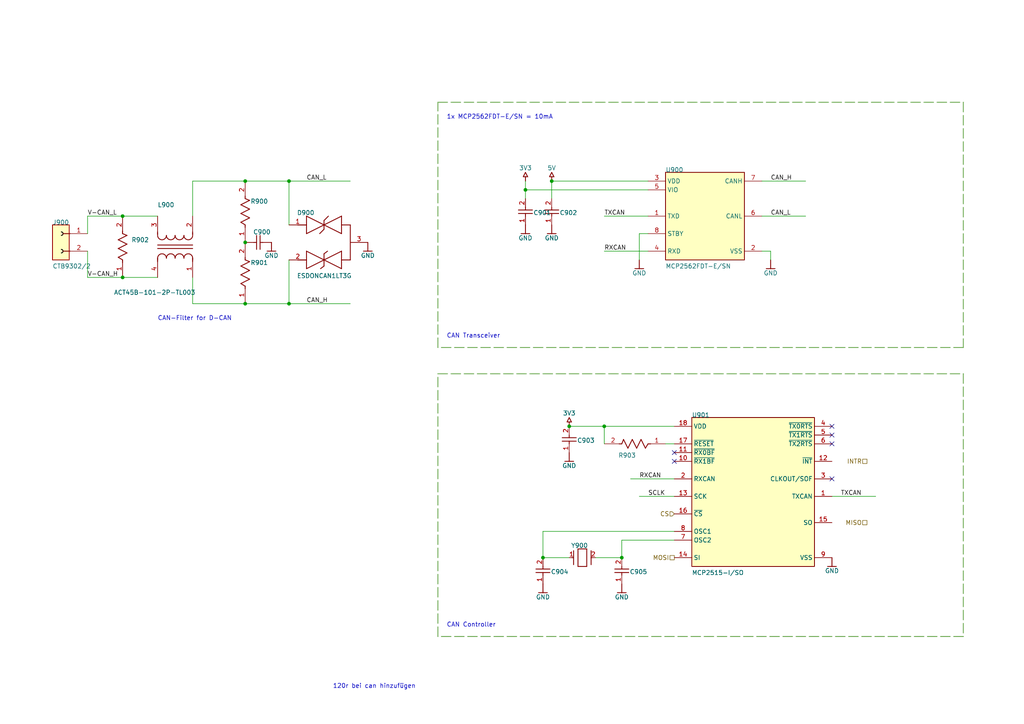
<source format=kicad_sch>
(kicad_sch (version 20231120) (generator "eeschema") (generator_version "8.0")
  (paper "A4")
  (lib_symbols
    (symbol "Speedometer_Tech-altium-import:3V3_ARROW" (power)
      (property "Reference" "#PWR" (at 0 0 0))
      (property "Value" "3V3" (at 0 3.81 0))
      (symbol "3V3_ARROW_0_0"
        (polyline (pts (xy 0 0) (xy 0 -1.27)) (stroke (width 0.254)))
        (polyline (pts (xy -0.635 -1.27) (xy 0.635 -1.27) (xy 0 -2.54) (xy -0.635 -1.27)) (stroke (width 0.254)))
        (pin power_in line (at 0 0 0) (length 0) hide (name "3V3") (number ""))
      )
    )
    (symbol "Speedometer_Tech-altium-import:5V_ARROW" (power)
      (property "Reference" "#PWR" (at 0 0 0))
      (property "Value" "5V" (at 0 3.81 0))
      (symbol "5V_ARROW_0_0"
        (polyline (pts (xy 0 0) (xy 0 -1.27)) (stroke (width 0.254)))
        (polyline (pts (xy -0.635 -1.27) (xy 0.635 -1.27) (xy 0 -2.54) (xy -0.635 -1.27)) (stroke (width 0.254)))
        (pin power_in line (at 0 0 0) (length 0) hide (name "5V") (number ""))
      )
    )
    (symbol "Speedometer_Tech-altium-import:Designator_0_1bf5749f910b55743977e6066da6fbb"
      (symbol "Designator_0_1bf5749f910b55743977e6066da6fbb_1_0"
        (polyline (pts (xy 2.54 0) (xy 5.08 0)) (stroke (width 0.254)))
        (polyline (pts (xy 5.08 -12.7) (xy 15.24 -7.62)) (stroke (width 0.254)))
        (polyline (pts (xy 5.08 -10.16) (xy 2.54 -10.16)) (stroke (width 0.254)))
        (polyline (pts (xy 5.08 -7.62) (xy 5.08 -12.7)) (stroke (width 0.254)))
        (polyline (pts (xy 5.08 -7.62) (xy 15.24 -12.7)) (stroke (width 0.254)))
        (polyline (pts (xy 5.08 -2.54) (xy 10.16 0)) (stroke (width 0.254)))
        (polyline (pts (xy 5.08 2.54) (xy 5.08 -2.54)) (stroke (width 0.254)))
        (polyline (pts (xy 5.08 2.54) (xy 10.16 0)) (stroke (width 0.254)))
        (polyline (pts (xy 10.16 -11.938) (xy 9.144 -12.7)) (stroke (width 0.254)))
        (polyline (pts (xy 10.16 -10.16) (xy 10.16 -8.382)) (stroke (width 0.254)))
        (polyline (pts (xy 10.16 -9.906) (xy 10.16 -11.938)) (stroke (width 0.254)))
        (polyline (pts (xy 10.16 -8.382) (xy 11.176 -7.62)) (stroke (width 0.254)))
        (polyline (pts (xy 10.16 -1.27) (xy 8.89 -2.54)) (stroke (width 0.254)))
        (polyline (pts (xy 10.16 0) (xy 15.24 2.54)) (stroke (width 0.254)))
        (polyline (pts (xy 10.16 1.27) (xy 10.16 -1.27)) (stroke (width 0.254)))
        (polyline (pts (xy 10.16 1.27) (xy 11.43 2.54)) (stroke (width 0.254)))
        (polyline (pts (xy 15.24 -12.7) (xy 15.24 -7.62)) (stroke (width 0.254)))
        (polyline (pts (xy 15.24 -10.16) (xy 17.78 -10.16)) (stroke (width 0.254)))
        (polyline (pts (xy 15.24 -2.54) (xy 10.16 0)) (stroke (width 0.254)))
        (polyline (pts (xy 15.24 2.54) (xy 15.24 -2.54)) (stroke (width 0.254)))
        (polyline (pts (xy 17.78 -10.16) (xy 17.78 0)) (stroke (width 0.254)))
        (polyline (pts (xy 17.78 0) (xy 15.24 0)) (stroke (width 0.254)))
        (pin passive line (at 0 0 0) (length 5.08) (name "1") (number "1"))
        (pin passive line (at 0 -10.16 0) (length 5.08) (name "2") (number "2"))
        (pin passive line (at 22.86 -5.08 180) (length 5.08) (name "3") (number "3"))
      )
    )
    (symbol "Speedometer_Tech-altium-import:Designator_0_1c78ea6ff576bac94664e2637e1b479"
      (symbol "Designator_0_1c78ea6ff576bac94664e2637e1b479_1_0"
        (rectangle (start 40.64 2.54) (end 5.08 -40.64) (stroke (width 0.254) (color 128 0 0 1)) (fill (type background)))
        (pin output line (at 45.72 -20.32 180) (length 5.08) (name "TXCAN") (number "1"))
        (pin input line (at 0 -10.16 0) (length 5.08) (name "~{RX1BF}") (number "10"))
        (pin input line (at 0 -7.62 0) (length 5.08) (name "~{RX0BF}") (number "11"))
        (pin output line (at 45.72 -10.16 180) (length 5.08) (name "~{INT}") (number "12"))
        (pin input line (at 0 -20.32 0) (length 5.08) (name "SCK") (number "13"))
        (pin input line (at 0 -38.1 0) (length 5.08) (name "SI") (number "14"))
        (pin output line (at 45.72 -27.94 180) (length 5.08) (name "SO") (number "15"))
        (pin input line (at 0 -25.4 0) (length 5.08) (name "~{CS}") (number "16"))
        (pin input line (at 0 -5.08 0) (length 5.08) (name "~{RESET}") (number "17"))
        (pin power_in line (at 0 0 0) (length 5.08) (name "VDD") (number "18"))
        (pin input line (at 0 -15.24 0) (length 5.08) (name "RXCAN") (number "2"))
        (pin output line (at 45.72 -15.24 180) (length 5.08) (name "CLKOUT/SOF") (number "3"))
        (pin output line (at 45.72 0 180) (length 5.08) (name "~{TX0RTS}") (number "4"))
        (pin output line (at 45.72 -2.54 180) (length 5.08) (name "~{TX1RTS}") (number "5"))
        (pin output line (at 45.72 -5.08 180) (length 5.08) (name "~{TX2RTS}") (number "6"))
        (pin input line (at 0 -33.02 0) (length 5.08) (name "OSC2") (number "7"))
        (pin input line (at 0 -30.48 0) (length 5.08) (name "OSC1") (number "8"))
        (pin power_in line (at 45.72 -38.1 180) (length 5.08) (name "VSS") (number "9"))
      )
    )
    (symbol "Speedometer_Tech-altium-import:Designator_0_CAP_0"
      (symbol "Designator_0_CAP_0_1_0"
        (polyline (pts (xy 0 -2.54) (xy 0.762 -2.54)) (stroke (width 0.254)))
        (polyline (pts (xy 0.762 -4.572) (xy 0.762 -0.508)) (stroke (width 0.254)))
        (polyline (pts (xy 1.778 -0.508) (xy 1.778 -4.572)) (stroke (width 0.254)))
        (polyline (pts (xy 2.54 -2.54) (xy 1.778 -2.54)) (stroke (width 0.254)))
        (pin passive line (at -2.54 -2.54 0) (length 2.54) (name "1") (number "1"))
        (pin passive line (at 5.08 -2.54 180) (length 2.54) (name "2") (number "2"))
      )
    )
    (symbol "Speedometer_Tech-altium-import:Designator_0_CTB9302-2"
      (symbol "Designator_0_CTB9302-2_1_0"
        (arc (start -7.62 -5.588) (mid -7.112 -5.08) (end -7.62 -4.572) (stroke (width 0.254) (color 0 0 0 1)))
        (arc (start -7.62 -0.508) (mid -7.112 0) (end -7.62 0.508) (stroke (width 0.254) (color 0 0 0 1)))
        (rectangle (start -5.334 2.54) (end -10.16 -7.62) (stroke (width 0.254) (color 152 0 0 1)) (fill (type background)))
        (polyline (pts (xy -7.112 -5.08) (xy -5.08 -5.08)) (stroke (width 0.254)))
        (polyline (pts (xy -7.112 0) (xy -5.08 0)) (stroke (width 0.254)))
        (pin power_in line (at 0 0 180) (length 5.08) (name "1") (number "1"))
        (pin power_in line (at 0 -5.08 180) (length 5.08) (name "2") (number "2"))
      )
    )
    (symbol "Speedometer_Tech-altium-import:Designator_0_c23a69dc6c9e2f18f2079038eb95dd1"
      (symbol "Designator_0_c23a69dc6c9e2f18f2079038eb95dd1_1_0"
        (polyline (pts (xy 1.27 0) (xy 0.762 0)) (stroke (width 0.254)))
        (polyline (pts (xy 1.27 2.032) (xy 1.27 -2.032)) (stroke (width 0.254)))
        (polyline (pts (xy 2.54 2.54) (xy 2.54 -2.54)) (stroke (width 0.254)))
        (polyline (pts (xy 2.54 2.54) (xy 5.08 2.54)) (stroke (width 0.254)))
        (polyline (pts (xy 5.08 -2.54) (xy 2.54 -2.54)) (stroke (width 0.254)))
        (polyline (pts (xy 5.08 2.54) (xy 5.08 -2.54)) (stroke (width 0.254)))
        (polyline (pts (xy 6.35 0) (xy 6.604 0)) (stroke (width 0.254)))
        (polyline (pts (xy 6.35 2.032) (xy 6.35 -2.032)) (stroke (width 0.254)))
        (pin passive line (at 0 0 0) (length 1.27) (name "1") (number "1"))
        (pin passive line (at 7.62 0 180) (length 1.27) (name "2") (number "2"))
      )
    )
    (symbol "Speedometer_Tech-altium-import:Designator_0_fcb6c66e4429206983adab9201371df"
      (symbol "Designator_0_fcb6c66e4429206983adab9201371df_1_0"
        (rectangle (start 27.94 2.54) (end 5.08 -22.86) (stroke (width 0.254) (color 128 0 0 1)) (fill (type background)))
        (pin input line (at 0 -10.16 0) (length 5.08) (name "TXD") (number "1"))
        (pin power_in line (at 33.02 -20.32 180) (length 5.08) (name "VSS") (number "2"))
        (pin power_in line (at 0 0 0) (length 5.08) (name "VDD") (number "3"))
        (pin output line (at 0 -20.32 0) (length 5.08) (name "RXD") (number "4"))
        (pin power_in line (at 0 -2.54 0) (length 5.08) (name "VIO") (number "5"))
        (pin bidirectional line (at 33.02 -10.16 180) (length 5.08) (name "CANL") (number "6"))
        (pin bidirectional line (at 33.02 0 180) (length 5.08) (name "CANH") (number "7"))
        (pin input line (at 0 -15.24 0) (length 5.08) (name "STBY") (number "8"))
      )
    )
    (symbol "Speedometer_Tech-altium-import:Designator_1_1029c3af85768c4190bb7ad29bc67b5"
      (symbol "Designator_1_1029c3af85768c4190bb7ad29bc67b5_1_0"
        (polyline (pts (xy -1.27 5.842) (xy 1.27 7.112)) (stroke (width 0.254)))
        (polyline (pts (xy -1.27 8.382) (xy 1.27 9.652)) (stroke (width 0.254)))
        (polyline (pts (xy -1.27 10.922) (xy 1.27 12.192)) (stroke (width 0.254)))
        (polyline (pts (xy 0 5.08) (xy -1.27 5.842)) (stroke (width 0.254)))
        (polyline (pts (xy 0 5.08) (xy 0 4.318)) (stroke (width 0.254)))
        (polyline (pts (xy 0 12.7) (xy 0 13.462)) (stroke (width 0.254)))
        (polyline (pts (xy 1.27 7.112) (xy -1.27 8.382)) (stroke (width 0.254)))
        (polyline (pts (xy 1.27 9.652) (xy -1.27 10.922)) (stroke (width 0.254)))
        (polyline (pts (xy 1.27 12.192) (xy 0 12.7)) (stroke (width 0.254)))
        (pin passive line (at 0 0 90) (length 5.08) (name "1") (number "1"))
        (pin passive line (at 0 17.78 270) (length 5.08) (name "2") (number "2"))
      )
    )
    (symbol "Speedometer_Tech-altium-import:Designator_1_7eaeb7798601bc1e7f00a291f87c402"
      (symbol "Designator_1_7eaeb7798601bc1e7f00a291f87c402_1_0"
        (polyline (pts (xy 0 5.588) (xy 0 4.572)) (stroke (width 0.254)))
        (polyline (pts (xy 0 5.588) (xy 0 5.08)) (stroke (width 0.254)))
        (polyline (pts (xy 0 8.382) (xy 10.16 8.382)) (stroke (width 0.254)))
        (polyline (pts (xy 0 9.398) (xy 10.16 9.398)) (stroke (width 0.254)))
        (polyline (pts (xy 0 12.446) (xy 0 12.7)) (stroke (width 0.254)))
        (polyline (pts (xy 0 12.446) (xy 0 13.208)) (stroke (width 0.254)))
        (polyline (pts (xy 10.16 5.588) (xy 10.16 4.572)) (stroke (width 0.254)))
        (polyline (pts (xy 10.16 5.588) (xy 10.16 5.08)) (stroke (width 0.254)))
        (polyline (pts (xy 10.16 12.446) (xy 10.16 12.7)) (stroke (width 0.254)))
        (polyline (pts (xy 10.16 12.446) (xy 10.16 13.208)) (stroke (width 0.254)))
        (arc (start 0 12.192) (mid 1.27 10.922) (end 2.54 12.192) (stroke (width 0.254)))
        (arc (start 2.54 5.588) (mid 1.27 6.858) (end 0 5.588) (stroke (width 0.254)))
        (arc (start 2.54 12.192) (mid 3.81 10.922) (end 5.08 12.192) (stroke (width 0.254)))
        (arc (start 5.08 5.588) (mid 3.81 6.858) (end 2.54 5.588) (stroke (width 0.254)))
        (arc (start 5.08 12.192) (mid 6.35 10.922) (end 7.62 12.192) (stroke (width 0.254)))
        (arc (start 7.62 5.588) (mid 6.35 6.858) (end 5.08 5.588) (stroke (width 0.254)))
        (arc (start 7.62 12.192) (mid 8.89 10.922) (end 10.16 12.192) (stroke (width 0.254)))
        (arc (start 10.16 5.588) (mid 8.89 6.858) (end 7.62 5.588) (stroke (width 0.254)))
        (pin passive line (at 10.16 0 90) (length 5.08) (name "1") (number "1"))
        (pin passive line (at 10.16 17.78 270) (length 5.08) (name "2") (number "2"))
        (pin passive line (at 0 17.78 270) (length 5.08) (name "3") (number "3"))
        (pin passive line (at 0 0 90) (length 5.08) (name "4") (number "4"))
      )
    )
    (symbol "Speedometer_Tech-altium-import:Designator_1_CAP-NP-2"
      (symbol "Designator_1_CAP-NP-2_1_0"
        (polyline (pts (xy -2.032 4.318) (xy 2.032 4.318)) (stroke (width 0.254)))
        (polyline (pts (xy 0 2.54) (xy 0 3.302)) (stroke (width 0.254)))
        (polyline (pts (xy 0 5.08) (xy 0 4.318)) (stroke (width 0.254)))
        (polyline (pts (xy 2.032 3.302) (xy -2.032 3.302)) (stroke (width 0.254)))
        (pin passive line (at 0 0 90) (length 2.54) (name "1") (number "1"))
        (pin passive line (at 0 7.62 270) (length 2.54) (name "2") (number "2"))
      )
    )
    (symbol "Speedometer_Tech-altium-import:Designator_2_1029c3af85768c4190bb7ad29bc67b5"
      (symbol "Designator_2_1029c3af85768c4190bb7ad29bc67b5_1_0"
        (polyline (pts (xy -12.7 0) (xy -13.462 0)) (stroke (width 0.254)))
        (polyline (pts (xy -12.192 1.27) (xy -12.7 0)) (stroke (width 0.254)))
        (polyline (pts (xy -10.922 -1.27) (xy -12.192 1.27)) (stroke (width 0.254)))
        (polyline (pts (xy -9.652 1.27) (xy -10.922 -1.27)) (stroke (width 0.254)))
        (polyline (pts (xy -8.382 -1.27) (xy -9.652 1.27)) (stroke (width 0.254)))
        (polyline (pts (xy -7.112 1.27) (xy -8.382 -1.27)) (stroke (width 0.254)))
        (polyline (pts (xy -5.842 -1.27) (xy -7.112 1.27)) (stroke (width 0.254)))
        (polyline (pts (xy -5.08 0) (xy -5.842 -1.27)) (stroke (width 0.254)))
        (polyline (pts (xy -5.08 0) (xy -4.318 0)) (stroke (width 0.254)))
        (pin passive line (at 0 0 180) (length 5.08) (name "1") (number "1"))
        (pin passive line (at -17.78 0 0) (length 5.08) (name "2") (number "2"))
      )
    )
    (symbol "Speedometer_Tech-altium-import:GND_BAR" (power)
      (property "Reference" "#PWR" (at 0 0 0))
      (property "Value" "GND" (at 0 3.81 0))
      (symbol "GND_BAR_0_0"
        (polyline (pts (xy -1.27 -2.54) (xy 1.27 -2.54)) (stroke (width 0.254)))
        (polyline (pts (xy 0 0) (xy 0 -2.54)) (stroke (width 0.254)))
        (pin power_in line (at 0 0 0) (length 0) hide (name "GND") (number ""))
      )
    )
  )
  (junction (at 35.56 62.6872))
  (junction (at 180.34 161.7472))
  (junction (at 71.12 52.5272))
  (junction (at 165.1 123.6472))
  (junction (at 152.4 55.0672))
  (junction (at 35.56 80.4672))
  (junction (at 83.82 88.0872))
  (junction (at 175.26 123.6472))
  (junction (at 71.12 70.3072))
  (junction (at 83.82 52.5272))
  (junction (at 160.02 52.5272))
  (junction (at 157.48 161.7472))
  (junction (at 71.12 88.0872))
  (no_connect (at 241.3 126.1872))
  (no_connect (at 241.3 123.6472))
  (no_connect (at 195.58 131.2672))
  (no_connect (at 241.3 128.7272))
  (no_connect (at 195.58 133.8072))
  (no_connect (at 241.3 138.8872))
  (wire (pts (xy 172.72 161.7472) (xy 180.34 161.7472)))
  (wire (pts (xy 83.82 88.0872) (xy 71.12 88.0872)))
  (wire (pts (xy 223.52 75.3872) (xy 223.52 72.8472)))
  (wire (pts (xy 233.68 52.5272) (xy 220.98 52.5272)))
  (wire (pts (xy 187.96 55.0672) (xy 152.4 55.0672)))
  (wire (pts (xy 182.88 138.8872) (xy 195.58 138.8872)))
  (wire (pts (xy 165.1 123.6472) (xy 175.26 123.6472)))
  (polyline (pts (xy 127 184.6072) (xy 127 108.4072)) (stroke (width 0.254) (type dash) (color 106 168 79 1)))
  (wire (pts (xy 175.26 128.7272) (xy 175.26 123.6472)))
  (wire (pts (xy 55.88 88.0872) (xy 71.12 88.0872)))
  (wire (pts (xy 254 143.9672) (xy 241.3 143.9672)))
  (polyline (pts (xy 127 29.6672) (xy 279.4 29.6672)) (stroke (width 0.254) (type dash) (color 106 168 79 1)))
  (wire (pts (xy 157.48 161.7472) (xy 157.48 154.1272)))
  (wire (pts (xy 187.96 62.6872) (xy 175.26 62.6872)))
  (wire (pts (xy 180.34 161.7472) (xy 180.34 156.6672)))
  (wire (pts (xy 25.4 67.7672) (xy 25.4 62.6872)))
  (wire (pts (xy 152.4 55.0672) (xy 152.4 52.5272)))
  (wire (pts (xy 223.52 72.8472) (xy 220.98 72.8472)))
  (wire (pts (xy 175.26 72.8472) (xy 187.96 72.8472)))
  (polyline (pts (xy 279.4 108.4072) (xy 279.4 184.6072)) (stroke (width 0.254) (type dash) (color 106 168 79 1)))
  (polyline (pts (xy 279.4 184.6072) (xy 127 184.6072)) (stroke (width 0.254) (type dash) (color 106 168 79 1)))
  (wire (pts (xy 185.42 143.9672) (xy 195.58 143.9672)))
  (wire (pts (xy 25.4 72.8472) (xy 25.4 80.4672)))
  (wire (pts (xy 152.4 55.0672) (xy 152.4 57.6072)))
  (wire (pts (xy 55.88 80.4672) (xy 55.88 88.0872)))
  (polyline (pts (xy 127 100.7872) (xy 127 29.6672)) (stroke (width 0.254) (type dash) (color 106 168 79 1)))
  (wire (pts (xy 83.82 65.2272) (xy 83.82 52.5272)))
  (wire (pts (xy 193.04 128.7272) (xy 195.58 128.7272)))
  (wire (pts (xy 175.26 123.6472) (xy 195.58 123.6472)))
  (wire (pts (xy 35.56 62.6872) (xy 45.72 62.6872)))
  (wire (pts (xy 233.68 62.6872) (xy 220.98 62.6872)))
  (wire (pts (xy 83.82 88.0872) (xy 101.6 88.0872)))
  (wire (pts (xy 83.82 52.5272) (xy 71.12 52.5272)))
  (wire (pts (xy 83.82 75.3872) (xy 83.82 88.0872)))
  (wire (pts (xy 35.56 80.4672) (xy 45.72 80.4672)))
  (wire (pts (xy 55.88 62.6872) (xy 55.88 52.5272)))
  (wire (pts (xy 55.88 52.5272) (xy 71.12 52.5272)))
  (polyline (pts (xy 127 108.4072) (xy 279.4 108.4072)) (stroke (width 0.254) (type dash) (color 106 168 79 1)))
  (wire (pts (xy 25.4 80.4672) (xy 35.56 80.4672)))
  (wire (pts (xy 185.42 67.7672) (xy 187.96 67.7672)))
  (wire (pts (xy 180.34 156.6672) (xy 195.58 156.6672)))
  (wire (pts (xy 83.82 52.5272) (xy 101.6 52.5272)))
  (polyline (pts (xy 279.4 29.6672) (xy 279.4 100.7872)) (stroke (width 0.254) (type dash) (color 106 168 79 1)))
  (wire (pts (xy 157.48 154.1272) (xy 195.58 154.1272)))
  (wire (pts (xy 187.96 52.5272) (xy 160.02 52.5272)))
  (polyline (pts (xy 279.4 100.7872) (xy 127 100.7872)) (stroke (width 0.254) (type dash) (color 106 168 79 1)))
  (wire (pts (xy 160.02 52.5272) (xy 160.02 57.6072)))
  (wire (pts (xy 165.1 161.7472) (xy 157.48 161.7472)))
  (wire (pts (xy 185.42 75.3872) (xy 185.42 67.7672)))
  (wire (pts (xy 25.4 62.6872) (xy 35.56 62.6872)))
  (text "CAN-Filter for D-CAN" (at 45.72 93.1672 0) (effects (font (size 1.27 1.27)) (justify left bottom)))
  (text "1x MCP2562FDT-E/SN = 10mA" (at 129.54 34.7472 0) (effects (font (size 1.27 1.27)) (justify left bottom)))
  (text "120r bei can hinzufügen" (at 96.52 199.8472 0) (effects (font (size 1.27 1.27)) (justify left bottom)))
  (text "CAN Transceiver" (at 129.54 98.2472 0) (effects (font (size 1.27 1.27)) (justify left bottom)))
  (text "CAN Controller" (at 129.54 182.0672 0) (effects (font (size 1.27 1.27)) (justify left bottom)))
  (label "RXCAN" (at 185.42 138.8872 0))
  (label "CAN_H" (at 88.9 88.0872 0))
  (label "CAN_H" (at 223.52 52.5272 0))
  (label "TXCAN" (at 175.26 62.6872 0))
  (label "CAN_L" (at 223.52 62.6872 0))
  (label "SCLK" (at 187.96 143.9672 0))
  (label "CAN_L" (at 88.9 52.5272 0))
  (label "RXCAN" (at 175.26 72.8472 0))
  (label "V-CAN_H" (at 25.4 80.4672 0))
  (label "V-CAN_L" (at 25.4 62.6872 0))
  (label "TXCAN" (at 243.84 143.9672 0))
  (hierarchical_label "MISO" (shape passive) (at 251.46 151.5872 180))
  (hierarchical_label "MOSI" (shape passive) (at 195.58 161.7472 180))
  (hierarchical_label "INTR" (shape passive) (at 251.46 133.8072 180))
  (hierarchical_label "CS" (shape input) (at 195.58 149.0472 180))
  (symbol (lib_id "Speedometer_Tech-altium-import:GND_BAR") (at 106.68 70.3072 0) (unit 1)
    (property "Reference" "#PWR?" (effects (hide yes)))
    (property "Value" "GND" (at 106.68 74.1172 0))
  )
  (symbol (lib_id "Speedometer_Tech-altium-import:3V3_ARROW") (at 165.1 123.6472 180) (unit 1)
    (property "Reference" "#PWR?" (effects (hide yes)))
    (property "Value" "3V3" (at 165.1 119.8372 0))
  )
  (symbol (lib_id "Speedometer_Tech-altium-import:Designator_0_fcb6c66e4429206983adab9201371df") (at 187.96 52.5272 0) (unit 1)
    (property "Reference" "U900" (at 193.04 49.9872 0) (effects (justify left bottom)))
    (property "Value" "MCP2562FDT-E/SN" (at 193.04 77.9272 0) (effects (justify left bottom)))
    (property "Footprint" "FP-C04-057-SN-MFG" (effects (hide yes)))
    (property "Description" "IC TRANSCEIVER 1/1 8SOIC" (effects (hide yes)))
    (property "WEIGHT" "0.019048oz" (effects (hide yes)))
    (property "PACKAGE QUANTITY" "3300" (effects (hide yes)))
    (property "CASE/PACKAGE" "SOIC" (effects (hide yes)))
    (property "OPERATING SUPPLY CURRENT" "70mA" (effects (hide yes)))
    (property "MOUNT" "Surface Mount" (effects (hide yes)))
    (property "DATA RATE" "8Mbps" (effects (hide yes)))
    (property "NUMBER OF TRANSCEIVERS" "1" (effects (hide yes)))
    (property "MAX OPERATING TEMPERATURE" "125°C" (effects (hide yes)))
    (property "MIN OPERATING TEMPERATURE" "-40°C" (effects (hide yes)))
    (property "RECEIVER HYSTERESIS" "200mV" (effects (hide yes)))
    (property "PACKAGING" "Tape and Reel" (effects (hide yes)))
    (property "MAX SUPPLY VOLTAGE" "5.5V" (effects (hide yes)))
    (property "NUMBER OF PINS" "8" (effects (hide yes)))
    (property "MIN SUPPLY VOLTAGE" "4.5V" (effects (hide yes)))
  )
  (symbol (lib_id "Speedometer_Tech-altium-import:GND_BAR") (at 78.74 70.3072 0) (unit 1)
    (property "Reference" "#PWR?" (effects (hide yes)))
    (property "Value" "GND" (at 78.74 74.1172 0))
  )
  (symbol (lib_id "Speedometer_Tech-altium-import:Designator_1_CAP-NP-2") (at 160.02 65.2272 0) (unit 1)
    (property "Reference" "C902" (at 162.306 62.4332 0) (effects (justify left bottom)))
    (property "Value" "GRM188R71H104KA93D" (effects (hide yes)))
    (property "Footprint" "CAPC1608X90X35ML10T15" (effects (hide yes)))
    (property "Description" "Chip Capacitor, 0.1 uF, +/- 10%, 50 V, -55 to 125 degC, 0603 (1608 Metric), RoHS, Tape and Reel" (effects (hide yes)))
    (property "CASE CODE (METRIC)" "1608" (effects (hide yes)))
    (property "LEAD FREE" "LeadFree" (effects (hide yes)))
    (property "DEPTH" "0.8mm" (effects (hide yes)))
    (property "NUMBER OF PINS" "2" (effects (hide yes)))
    (property "RADIATION HARDENING" "No" (effects (hide yes)))
    (property "DIELECTRIC MATERIAL" "Ceramic" (effects (hide yes)))
    (property "CASE/PACKAGE" "0603" (effects (hide yes)))
    (property "MANUFACTURER URL" "http://www.murata.com/" (effects (hide yes)))
    (property "PACKAGING" "TapeandReel" (effects (hide yes)))
    (property "LENGTH" "1.6mm" (effects (hide yes)))
    (property "CONTACT PLATING" "Tin" (effects (hide yes)))
    (property "DATASHEET URL" "http://psearch.en.murata.com/capacitor/product/GRM188R71H104KA93%23.pdf" (effects (hide yes)))
    (property "TOLERANCE" "10%" (effects (hide yes)))
    (property "CASE CODE (IMPERIAL)" "0603" (effects (hide yes)))
    (property "MIN OPERATING TEMPERATURE" "-55degC" (effects (hide yes)))
    (property "VOLTAGE RATING" "50V" (effects (hide yes)))
    (property "ROHSCOMPLIANT" "true" (effects (hide yes)))
    (property "CAPACITANCE" "100nF" (effects (hide yes)))
    (property "VOLTAGE" "50V" (effects (hide yes)))
    (property "TERMINATION" "SMD/SMT" (effects (hide yes)))
    (property "MOUNT" "SurfaceMount" (effects (hide yes)))
    (property "MATERIAL" "Ceramic" (effects (hide yes)))
    (property "PACKAGE QUANTITY" "1" (effects (hide yes)))
    (property "DIELECTRIC" "X7R" (effects (hide yes)))
    (property "HEIGHT" "0.8mm" (effects (hide yes)))
    (property "THICKNESS" "0.035inch" (effects (hide yes)))
    (property "INSULATION RESISTANCE" "10GR" (effects (hide yes)))
    (property "REACH SVHC" "NoSVHC" (effects (hide yes)))
    (property "MANUFACTURER" "Murata" (effects (hide yes)))
    (property "MAX OPERATING TEMPERATURE" "125degC" (effects (hide yes)))
    (property "WIDTH" "0.8mm" (effects (hide yes)))
    (property "PACKAGE REFERENCE" "0603" (effects (hide yes)))
    (property "VOLTAGE RATING (DC)" "50V" (effects (hide yes)))
    (property "DATASHEET VERSION" "42675.0" (effects (hide yes)))
    (property "PACKAGE DESCRIPTION" "2-Pin Surface Mount Device, Body 1.6 x 0.8 mm" (effects (hide yes)))
  )
  (symbol (lib_id "Speedometer_Tech-altium-import:GND_BAR") (at 152.4 65.2272 0) (unit 1)
    (property "Reference" "#PWR?" (effects (hide yes)))
    (property "Value" "GND" (at 152.4 69.0372 0))
  )
  (symbol (lib_id "Speedometer_Tech-altium-import:Designator_0_1bf5749f910b55743977e6066da6fbb") (at 83.82 65.2272 0) (unit 1)
    (property "Reference" "D900" (at 86.106 62.4332 0) (effects (justify left bottom)))
    (property "Value" "ESDONCAN1LT3G" (at 86.106 80.7212 0) (effects (justify left bottom)))
    (property "Footprint" "FP-318-MFG" (effects (hide yes)))
    (property "Description" "ESDONCAN1LT3G ESD Suppressor TVS Dual Bi-Dir 3-Pin SOT-23 T/R - Tape and Reel" (effects (hide yes)))
    (property "NUMBER OF PINS" "3" (effects (hide yes)))
    (property "ROHS" "Compliant" (effects (hide yes)))
    (property "NUMBER OF BIDIRECTIONAL CHANNELS" "2" (effects (hide yes)))
    (property "MOUNT" "Surface Mount" (effects (hide yes)))
    (property "PACKAGING" "Tape & Reel (TR)" (effects (hide yes)))
    (property "MIN OPERATING TEMPERATURE" "-55°C" (effects (hide yes)))
    (property "POWER LINE PROTECTION" "No" (effects (hide yes)))
    (property "LIFECYCLE STATUS" "Production" (effects (hide yes)))
    (property "MAX OPERATING TEMPERATURE" "150°C" (effects (hide yes)))
    (property "PEAK PULSE CURRENT" "3A" (effects (hide yes)))
    (property "MANUFACTURER LIFECYCLE STATUS" "ACTIVE" (effects (hide yes)))
    (property "REVERSE STANDOFF VOLTAGE" "24V" (effects (hide yes)))
    (property "COMPOSITION" "Zener" (effects (hide yes)))
    (property "MIN BREAKDOWN VOLTAGE" "26.2V" (effects (hide yes)))
    (property "NEXARPARTID" "29932846" (effects (hide yes)))
    (property "CLAMPING VOLTAGE" "50V" (effects (hide yes)))
    (property "CASE/PACKAGE" "TO-236-3" (effects (hide yes)))
    (property "LEAD FREE" "Lead Free" (effects (hide yes)))
  )
  (symbol (lib_id "Speedometer_Tech-altium-import:Designator_1_1029c3af85768c4190bb7ad29bc67b5") (at 71.12 88.0872 0) (unit 1)
    (property "Reference" "R901" (at 72.644 76.9112 0) (effects (justify left bottom)))
    (property "Value" "CRCW06034K70FKEA" (effects (hide yes)))
    (property "Footprint" "FP-CRCW0603-e3-IPC_A" (effects (hide yes)))
    (property "Description" "RES Thick Film, 4.7kΩ, 1%, 0.1W, 100ppm/°C, 0603" (effects (hide yes)))
    (property "CASE CODE (METRIC)" "1608" (effects (hide yes)))
    (property "MILITARY STANDARD" "Not" (effects (hide yes)))
    (property "PACKAGING" "Tape and Reel" (effects (hide yes)))
    (property "TERMINATION" "SMD/SMT" (effects (hide yes)))
    (property "RESISTANCE" "4.7kR" (effects (hide yes)))
    (property "TEMPERATURE COEFFICIENT" "100ppm/°C" (effects (hide yes)))
    (property "LEAD FREE" "Lead Free" (effects (hide yes)))
    (property "LENGTH" "1.55mm" (effects (hide yes)))
    (property "WIDTH" "0.85mm" (effects (hide yes)))
    (property "HEIGHT" "0.45mm" (effects (hide yes)))
    (property "DEPTH" "0.85mm" (effects (hide yes)))
    (property "VOLTAGE RATING" "75V" (effects (hide yes)))
    (property "WEIGHT" "7.1E-05oz" (effects (hide yes)))
    (property "CASE CODE (IMPERIAL)" "0603" (effects (hide yes)))
    (property "CONTACT PLATING" "Tin" (effects (hide yes)))
    (property "POWER RATING" "100mW" (effects (hide yes)))
    (property "CASE/PACKAGE" "0603" (effects (hide yes)))
    (property "MAX OPERATING TEMPERATURE" "155°C" (effects (hide yes)))
    (property "MOUNT" "Surface Mount" (effects (hide yes)))
    (property "TOLERANCE" "1%" (effects (hide yes)))
    (property "MIN OPERATING TEMPERATURE" "-55°C" (effects (hide yes)))
    (property "PACKAGE QUANTITY" "5000" (effects (hide yes)))
    (property "VOLTAGE RATING (DC)" "75V" (effects (hide yes)))
    (property "COMPOSITION" "Thick Film" (effects (hide yes)))
  )
  (symbol (lib_id "Speedometer_Tech-altium-import:Designator_0_CTB9302-2") (at 25.4 67.7672 0) (unit 1)
    (property "Reference" "J900" (at 15.24 65.2272 0) (effects (justify left bottom)))
    (property "Value" "CTB9302/2" (at 15.24 77.9272 0) (effects (justify left bottom)))
    (property "Footprint" "CTB9302-2" (effects (hide yes)))
    (property "Description" "CTB9302/2 - Stiftleiste - 2-pol, RM 5 mm, 0°" (effects (hide yes)))
  )
  (symbol (lib_id "Speedometer_Tech-altium-import:Designator_2_1029c3af85768c4190bb7ad29bc67b5") (at 193.04 128.7272 0) (unit 1)
    (property "Reference" "R903" (at 179.324 132.7912 0) (effects (justify left bottom)))
    (property "Value" "CRCW06034K70FKEA" (effects (hide yes)))
    (property "Footprint" "FP-CRCW0603-e3-IPC_A" (effects (hide yes)))
    (property "Description" "RES Thick Film, 4.7kΩ, 1%, 0.1W, 100ppm/°C, 0603" (effects (hide yes)))
    (property "CASE CODE (METRIC)" "1608" (effects (hide yes)))
    (property "MILITARY STANDARD" "Not" (effects (hide yes)))
    (property "PACKAGING" "Tape and Reel" (effects (hide yes)))
    (property "TERMINATION" "SMD/SMT" (effects (hide yes)))
    (property "RESISTANCE" "4.7kR" (effects (hide yes)))
    (property "TEMPERATURE COEFFICIENT" "100ppm/°C" (effects (hide yes)))
    (property "LEAD FREE" "Lead Free" (effects (hide yes)))
    (property "LENGTH" "1.55mm" (effects (hide yes)))
    (property "WIDTH" "0.85mm" (effects (hide yes)))
    (property "HEIGHT" "0.45mm" (effects (hide yes)))
    (property "DEPTH" "0.85mm" (effects (hide yes)))
    (property "VOLTAGE RATING" "75V" (effects (hide yes)))
    (property "WEIGHT" "7.1E-05oz" (effects (hide yes)))
    (property "CASE CODE (IMPERIAL)" "0603" (effects (hide yes)))
    (property "CONTACT PLATING" "Tin" (effects (hide yes)))
    (property "POWER RATING" "100mW" (effects (hide yes)))
    (property "CASE/PACKAGE" "0603" (effects (hide yes)))
    (property "MAX OPERATING TEMPERATURE" "155°C" (effects (hide yes)))
    (property "MOUNT" "Surface Mount" (effects (hide yes)))
    (property "TOLERANCE" "1%" (effects (hide yes)))
    (property "MIN OPERATING TEMPERATURE" "-55°C" (effects (hide yes)))
    (property "PACKAGE QUANTITY" "5000" (effects (hide yes)))
    (property "VOLTAGE RATING (DC)" "75V" (effects (hide yes)))
    (property "COMPOSITION" "Thick Film" (effects (hide yes)))
  )
  (symbol (lib_id "Speedometer_Tech-altium-import:Designator_1_1029c3af85768c4190bb7ad29bc67b5") (at 35.56 80.4672 0) (unit 1)
    (property "Reference" "R902" (at 38.1 70.3072 0) (effects (justify left bottom)))
    (property "Value" "CRCW0603120RFKEA" (effects (hide yes)))
    (property "Footprint" "FP-CRCW0603-e3-MFG" (effects (hide yes)))
    (property "Description" "RES Thick Film, 120Ω, 1%, 0.1W, 100ppm/°C, 0603" (effects (hide yes)))
    (property "ROHS COMPLIANT" "Yes" (effects (hide yes)))
    (property "LEAD FREE" "Lead Free" (effects (hide yes)))
    (property "TERMINATION" "SMD/SMT" (effects (hide yes)))
    (property "RADIATION HARDENING" "No" (effects (hide yes)))
    (property "CASE CODE (IMPERIAL)" "0603" (effects (hide yes)))
    (property "SERIES" "CRCW" (effects (hide yes)))
    (property "RESISTANCE TOLERANCE" "1%" (effects (hide yes)))
    (property "NUMBER OF TERMINATIONS" "2" (effects (hide yes)))
    (property "TOLERANCE" "1%" (effects (hide yes)))
    (property "MAX OPERATING TEMPERATURE" "155°C" (effects (hide yes)))
    (property "POWER RATING" "100mW" (effects (hide yes)))
    (property "CONTACT PLATING" "Tin" (effects (hide yes)))
    (property "PACKAGE QUANTITY" "10" (effects (hide yes)))
    (property "MAX POWER DISSIPATION" "100mW" (effects (hide yes)))
    (property "CASE CODE (METRIC)" "1608" (effects (hide yes)))
    (property "WEIGHT" "7.1E-05oz" (effects (hide yes)))
    (property "PACKAGING" "Tape and Reel" (effects (hide yes)))
    (property "WORKING VOLTAGE" "75V" (effects (hide yes)))
    (property "MOUNT" "Surface Mount" (effects (hide yes)))
    (property "MILITARY STANDARD" "Not" (effects (hide yes)))
    (property "CONSTRUCTION" "Rectangular" (effects (hide yes)))
    (property "RESISTANCE" "120R" (effects (hide yes)))
    (property "FEATURES" "Automotive AEC-Q200" (effects (hide yes)))
    (property "DEPTH" "0.85mm" (effects (hide yes)))
    (property "MIN OPERATING TEMPERATURE" "-55°C" (effects (hide yes)))
    (property "CASE/PACKAGE" "0603" (effects (hide yes)))
    (property "HEIGHT" "0.45mm" (effects (hide yes)))
    (property "VOLTAGE RATING (DC)" "75V" (effects (hide yes)))
    (property "WIDTH" "0.033inch" (effects (hide yes)))
    (property "TECHNOLOGY" "THICK FILM" (effects (hide yes)))
    (property "LENGTH" "1.55mm" (effects (hide yes)))
    (property "VOLTAGE RATING" "75V" (effects (hide yes)))
    (property "TEMPERATURE COEFFICIENT" "100ppm/°C" (effects (hide yes)))
    (property "RESISTOR TYPE" "Thick Film" (effects (hide yes)))
  )
  (symbol (lib_id "Speedometer_Tech-altium-import:GND_BAR") (at 185.42 75.3872 0) (unit 1)
    (property "Reference" "#PWR?" (effects (hide yes)))
    (property "Value" "GND" (at 185.42 79.1972 0))
  )
  (symbol (lib_id "Speedometer_Tech-altium-import:GND_BAR") (at 241.3 161.7472 0) (unit 1)
    (property "Reference" "#PWR?" (effects (hide yes)))
    (property "Value" "GND" (at 241.3 165.5572 0))
  )
  (symbol (lib_id "Speedometer_Tech-altium-import:Designator_1_1029c3af85768c4190bb7ad29bc67b5") (at 71.12 70.3072 0) (unit 1)
    (property "Reference" "R900" (at 72.644 59.1312 0) (effects (justify left bottom)))
    (property "Value" "CRCW06034K70FKEA" (effects (hide yes)))
    (property "Footprint" "FP-CRCW0603-e3-IPC_A" (effects (hide yes)))
    (property "Description" "RES Thick Film, 4.7kΩ, 1%, 0.1W, 100ppm/°C, 0603" (effects (hide yes)))
    (property "CASE CODE (METRIC)" "1608" (effects (hide yes)))
    (property "MILITARY STANDARD" "Not" (effects (hide yes)))
    (property "PACKAGING" "Tape and Reel" (effects (hide yes)))
    (property "TERMINATION" "SMD/SMT" (effects (hide yes)))
    (property "RESISTANCE" "4.7kR" (effects (hide yes)))
    (property "TEMPERATURE COEFFICIENT" "100ppm/°C" (effects (hide yes)))
    (property "LEAD FREE" "Lead Free" (effects (hide yes)))
    (property "LENGTH" "1.55mm" (effects (hide yes)))
    (property "WIDTH" "0.85mm" (effects (hide yes)))
    (property "HEIGHT" "0.45mm" (effects (hide yes)))
    (property "DEPTH" "0.85mm" (effects (hide yes)))
    (property "VOLTAGE RATING" "75V" (effects (hide yes)))
    (property "WEIGHT" "7.1E-05oz" (effects (hide yes)))
    (property "CASE CODE (IMPERIAL)" "0603" (effects (hide yes)))
    (property "CONTACT PLATING" "Tin" (effects (hide yes)))
    (property "POWER RATING" "100mW" (effects (hide yes)))
    (property "CASE/PACKAGE" "0603" (effects (hide yes)))
    (property "MAX OPERATING TEMPERATURE" "155°C" (effects (hide yes)))
    (property "MOUNT" "Surface Mount" (effects (hide yes)))
    (property "TOLERANCE" "1%" (effects (hide yes)))
    (property "MIN OPERATING TEMPERATURE" "-55°C" (effects (hide yes)))
    (property "PACKAGE QUANTITY" "5000" (effects (hide yes)))
    (property "VOLTAGE RATING (DC)" "75V" (effects (hide yes)))
    (property "COMPOSITION" "Thick Film" (effects (hide yes)))
  )
  (symbol (lib_id "Speedometer_Tech-altium-import:Designator_1_CAP-NP-2") (at 165.1 131.2672 0) (unit 1)
    (property "Reference" "C903" (at 167.386 128.4732 0) (effects (justify left bottom)))
    (property "Value" "GRM188R71H104KA93D" (effects (hide yes)))
    (property "Footprint" "CAPC1608X90X35ML10T15" (effects (hide yes)))
    (property "Description" "Chip Capacitor, 0.1 uF, +/- 10%, 50 V, -55 to 125 degC, 0603 (1608 Metric), RoHS, Tape and Reel" (effects (hide yes)))
    (property "CASE CODE (METRIC)" "1608" (effects (hide yes)))
    (property "LEAD FREE" "LeadFree" (effects (hide yes)))
    (property "DEPTH" "0.8mm" (effects (hide yes)))
    (property "NUMBER OF PINS" "2" (effects (hide yes)))
    (property "RADIATION HARDENING" "No" (effects (hide yes)))
    (property "DIELECTRIC MATERIAL" "Ceramic" (effects (hide yes)))
    (property "CASE/PACKAGE" "0603" (effects (hide yes)))
    (property "MANUFACTURER URL" "http://www.murata.com/" (effects (hide yes)))
    (property "PACKAGING" "TapeandReel" (effects (hide yes)))
    (property "LENGTH" "1.6mm" (effects (hide yes)))
    (property "CONTACT PLATING" "Tin" (effects (hide yes)))
    (property "DATASHEET URL" "http://psearch.en.murata.com/capacitor/product/GRM188R71H104KA93%23.pdf" (effects (hide yes)))
    (property "TOLERANCE" "10%" (effects (hide yes)))
    (property "CASE CODE (IMPERIAL)" "0603" (effects (hide yes)))
    (property "MIN OPERATING TEMPERATURE" "-55degC" (effects (hide yes)))
    (property "VOLTAGE RATING" "50V" (effects (hide yes)))
    (property "ROHSCOMPLIANT" "true" (effects (hide yes)))
    (property "CAPACITANCE" "100nF" (effects (hide yes)))
    (property "VOLTAGE" "50V" (effects (hide yes)))
    (property "TERMINATION" "SMD/SMT" (effects (hide yes)))
    (property "MOUNT" "SurfaceMount" (effects (hide yes)))
    (property "MATERIAL" "Ceramic" (effects (hide yes)))
    (property "PACKAGE QUANTITY" "1" (effects (hide yes)))
    (property "DIELECTRIC" "X7R" (effects (hide yes)))
    (property "HEIGHT" "0.8mm" (effects (hide yes)))
    (property "THICKNESS" "0.035inch" (effects (hide yes)))
    (property "INSULATION RESISTANCE" "10GR" (effects (hide yes)))
    (property "REACH SVHC" "NoSVHC" (effects (hide yes)))
    (property "MANUFACTURER" "Murata" (effects (hide yes)))
    (property "MAX OPERATING TEMPERATURE" "125degC" (effects (hide yes)))
    (property "WIDTH" "0.8mm" (effects (hide yes)))
    (property "PACKAGE REFERENCE" "0603" (effects (hide yes)))
    (property "VOLTAGE RATING (DC)" "50V" (effects (hide yes)))
    (property "DATASHEET VERSION" "42675.0" (effects (hide yes)))
    (property "PACKAGE DESCRIPTION" "2-Pin Surface Mount Device, Body 1.6 x 0.8 mm" (effects (hide yes)))
  )
  (symbol (lib_id "Speedometer_Tech-altium-import:Designator_0_1c78ea6ff576bac94664e2637e1b479") (at 195.58 123.6472 0) (unit 1)
    (property "Reference" "U901" (at 200.66 121.1072 0) (effects (justify left bottom)))
    (property "Value" "MCP2515-I/SO" (at 200.66 166.8272 0) (effects (justify left bottom)))
    (property "Footprint" "FP-C04-051-MFG" (effects (hide yes)))
    (property "Description" "IC CAN CONTROLLER W/SPI 18SOIC" (effects (hide yes)))
    (property "LEAD FREE" "Yes" (effects (hide yes)))
    (property "DIGIKEY DESCRIPTION" "IC CAN CONTROLLER W/SPI 18SOIC" (effects (hide yes)))
    (property "CATEGORY" "IC" (effects (hide yes)))
    (property "ROHS" "TRUE" (effects (hide yes)))
    (property "MANUFACTURER PART NUMBER" "MCP2515-I/SO" (effects (hide yes)))
    (property "COMPONENTLINK2URL" "http://ww1.microchip.com/downloads/en/DeviceDoc/MCP2515-Stand-Alone-CAN-Controller-with-SPI-20001801J.pdf" (effects (hide yes)))
    (property "MOUSER DESCRIPTION" "CAN Interface IC W/ SPI Interface" (effects (hide yes)))
    (property "MIN SUPPLY VOLTAGE" "2.7V" (effects (hide yes)))
    (property "DEVICE CLASS L2" "Interface ICs" (effects (hide yes)))
    (property "MANUFACTURER" "Microchip" (effects (hide yes)))
    (property "PACKAGE" "C04-051" (effects (hide yes)))
    (property "AUTOMOTIVE" "No" (effects (hide yes)))
    (property "FUNCTION" "Controller" (effects (hide yes)))
    (property "OCTOPART" "https://octopart.com/mcp2515-i%2Fso-microchip-430187" (effects (hide yes)))
    (property "MAX SUPPLY VOLTAGE" "5.5V" (effects (hide yes)))
    (property "STANDOFF HEIGHT" "0.1mm" (effects (hide yes)))
    (property "TEMPERATURE" "-40°C to +85°C" (effects (hide yes)))
    (property "IPC LAND PATTERN NAME" "SOIC127P1030X265-18" (effects (hide yes)))
    (property "AMBIENT TEMPERATURE RANGE LOW" "-65°C" (effects (hide yes)))
    (property "HEIGHT" "2.65mm" (effects (hide yes)))
    (property "DEVICE CLASS L1" "Integrated Circuits (ICs)" (effects (hide yes)))
    (property "NOMINAL SUPPLY CURRENT" "10mA" (effects (hide yes)))
    (property "INTERFACE" "SPI,CAN" (effects (hide yes)))
    (property "AMBIENT TEMPERATURE RANGE HIGH" "+125°C" (effects (hide yes)))
    (property "FOOTPRINT URL" "http://ww1.microchip.com/downloads/en/DeviceDoc/18L_SOIC_Wide_7.50_SO_C04-0051D.pdf" (effects (hide yes)))
    (property "TEMPERATURE RANGE LOW" "-40°C" (effects (hide yes)))
    (property "DEVICE CLASS L3" "Controllers" (effects (hide yes)))
    (property "TEMPERATURE RANGE HIGH" "+85°C" (effects (hide yes)))
    (property "COMPONENTLINK2DESCRIPTION" "Datasheet" (effects (hide yes)))
  )
  (symbol (lib_id "Speedometer_Tech-altium-import:Designator_1_CAP-NP-2") (at 152.4 65.2272 0) (unit 1)
    (property "Reference" "C901" (at 154.686 62.4332 0) (effects (justify left bottom)))
    (property "Value" "GRM188R71H104KA93D" (effects (hide yes)))
    (property "Footprint" "CAPC1608X90X35ML10T15" (effects (hide yes)))
    (property "Description" "Chip Capacitor, 0.1 uF, +/- 10%, 50 V, -55 to 125 degC, 0603 (1608 Metric), RoHS, Tape and Reel" (effects (hide yes)))
    (property "CASE CODE (METRIC)" "1608" (effects (hide yes)))
    (property "LEAD FREE" "LeadFree" (effects (hide yes)))
    (property "DEPTH" "0.8mm" (effects (hide yes)))
    (property "NUMBER OF PINS" "2" (effects (hide yes)))
    (property "RADIATION HARDENING" "No" (effects (hide yes)))
    (property "DIELECTRIC MATERIAL" "Ceramic" (effects (hide yes)))
    (property "CASE/PACKAGE" "0603" (effects (hide yes)))
    (property "MANUFACTURER URL" "http://www.murata.com/" (effects (hide yes)))
    (property "PACKAGING" "TapeandReel" (effects (hide yes)))
    (property "LENGTH" "1.6mm" (effects (hide yes)))
    (property "CONTACT PLATING" "Tin" (effects (hide yes)))
    (property "DATASHEET URL" "http://psearch.en.murata.com/capacitor/product/GRM188R71H104KA93%23.pdf" (effects (hide yes)))
    (property "TOLERANCE" "10%" (effects (hide yes)))
    (property "CASE CODE (IMPERIAL)" "0603" (effects (hide yes)))
    (property "MIN OPERATING TEMPERATURE" "-55degC" (effects (hide yes)))
    (property "VOLTAGE RATING" "50V" (effects (hide yes)))
    (property "ROHSCOMPLIANT" "true" (effects (hide yes)))
    (property "CAPACITANCE" "100nF" (effects (hide yes)))
    (property "VOLTAGE" "50V" (effects (hide yes)))
    (property "TERMINATION" "SMD/SMT" (effects (hide yes)))
    (property "MOUNT" "SurfaceMount" (effects (hide yes)))
    (property "MATERIAL" "Ceramic" (effects (hide yes)))
    (property "PACKAGE QUANTITY" "1" (effects (hide yes)))
    (property "DIELECTRIC" "X7R" (effects (hide yes)))
    (property "HEIGHT" "0.8mm" (effects (hide yes)))
    (property "THICKNESS" "0.035inch" (effects (hide yes)))
    (property "INSULATION RESISTANCE" "10GR" (effects (hide yes)))
    (property "REACH SVHC" "NoSVHC" (effects (hide yes)))
    (property "MANUFACTURER" "Murata" (effects (hide yes)))
    (property "MAX OPERATING TEMPERATURE" "125degC" (effects (hide yes)))
    (property "WIDTH" "0.8mm" (effects (hide yes)))
    (property "PACKAGE REFERENCE" "0603" (effects (hide yes)))
    (property "VOLTAGE RATING (DC)" "50V" (effects (hide yes)))
    (property "DATASHEET VERSION" "42675.0" (effects (hide yes)))
    (property "PACKAGE DESCRIPTION" "2-Pin Surface Mount Device, Body 1.6 x 0.8 mm" (effects (hide yes)))
  )
  (symbol (lib_id "Speedometer_Tech-altium-import:GND_BAR") (at 223.52 75.3872 0) (unit 1)
    (property "Reference" "#PWR?" (effects (hide yes)))
    (property "Value" "GND" (at 223.52 79.1972 0))
  )
  (symbol (lib_id "Speedometer_Tech-altium-import:Designator_0_CAP_0") (at 73.66 67.7672 0) (unit 1)
    (property "Reference" "C900" (at 73.406 68.0212 0) (effects (justify left bottom)))
    (property "Value" "GRM188R71H472KA01D" (effects (hide yes)))
    (property "Footprint" "CAPC1608X90X35ML10T15" (effects (hide yes)))
    (property "PART NUMBER" "GRM188R71H472KA01D" (effects (hide yes)))
    (property "MANUFACTURER" "Murata" (effects (hide yes)))
  )
  (symbol (lib_id "Speedometer_Tech-altium-import:GND_BAR") (at 165.1 131.2672 0) (unit 1)
    (property "Reference" "#PWR?" (effects (hide yes)))
    (property "Value" "GND" (at 165.1 135.0772 0))
  )
  (symbol (lib_id "Speedometer_Tech-altium-import:Designator_1_CAP-NP-2") (at 157.48 169.3672 0) (unit 1)
    (property "Reference" "C904" (at 159.766 166.5732 0) (effects (justify left bottom)))
    (property "Value" "GRM1885C1H220JA01D" (effects (hide yes)))
    (property "Footprint" "CAPC1608X90X35ML10T15" (effects (hide yes)))
    (property "Description" "Chip Capacitor, 22 pF, +/- 5%, 50 V, -55 to 125 degC, 0603 (1608 Metric), RoHS, Tape and Reel" (effects (hide yes)))
    (property "CAPACITANCE" "22pF" (effects (hide yes)))
    (property "MANUFACTURER URL" "http://www.murata.com/" (effects (hide yes)))
    (property "DATASHEET VERSION" "Jul-06" (effects (hide yes)))
    (property "PACKAGE REFERENCE" "603" (effects (hide yes)))
    (property "TOLERANCE (%)" "±5%" (effects (hide yes)))
    (property "MANUFACTURER" "Murata" (effects (hide yes)))
    (property "CASE SIZE/DIMENSION" "0603" (effects (hide yes)))
    (property "RATED VOLTAGE" "50V" (effects (hide yes)))
    (property "PACKAGE DESCRIPTION" "2-Pin Surface Mount Device, Body 1.6 x 0.8 mm" (effects (hide yes)))
    (property "DIELECTRIC" "C0G" (effects (hide yes)))
    (property "DATASHEET URL" "https://datasheet.ciiva.com/11786/0900766b807a1cab-11786398.pdf" (effects (hide yes)))
  )
  (symbol (lib_id "Speedometer_Tech-altium-import:GND_BAR") (at 160.02 65.2272 0) (unit 1)
    (property "Reference" "#PWR?" (effects (hide yes)))
    (property "Value" "GND" (at 160.02 69.0372 0))
  )
  (symbol (lib_id "Speedometer_Tech-altium-import:GND_BAR") (at 157.48 169.3672 0) (unit 1)
    (property "Reference" "#PWR?" (effects (hide yes)))
    (property "Value" "GND" (at 157.48 173.1772 0))
  )
  (symbol (lib_id "Speedometer_Tech-altium-import:5V_ARROW") (at 160.02 52.5272 180) (unit 1)
    (property "Reference" "#PWR?" (effects (hide yes)))
    (property "Value" "5V" (at 160.02 48.7172 0))
  )
  (symbol (lib_id "Speedometer_Tech-altium-import:3V3_ARROW") (at 152.4 52.5272 180) (unit 1)
    (property "Reference" "#PWR?" (effects (hide yes)))
    (property "Value" "3V3" (at 152.4 48.7172 0))
  )
  (symbol (lib_id "Speedometer_Tech-altium-import:GND_BAR") (at 180.34 169.3672 0) (unit 1)
    (property "Reference" "#PWR?" (effects (hide yes)))
    (property "Value" "GND" (at 180.34 173.1772 0))
  )
  (symbol (lib_id "Speedometer_Tech-altium-import:Designator_1_CAP-NP-2") (at 180.34 169.3672 0) (unit 1)
    (property "Reference" "C905" (at 182.626 166.5732 0) (effects (justify left bottom)))
    (property "Value" "GRM1885C1H220JA01D" (effects (hide yes)))
    (property "Footprint" "CAPC1608X90X35ML10T15" (effects (hide yes)))
    (property "Description" "Chip Capacitor, 22 pF, +/- 5%, 50 V, -55 to 125 degC, 0603 (1608 Metric), RoHS, Tape and Reel" (effects (hide yes)))
    (property "CAPACITANCE" "22pF" (effects (hide yes)))
    (property "MANUFACTURER URL" "http://www.murata.com/" (effects (hide yes)))
    (property "DATASHEET VERSION" "Jul-06" (effects (hide yes)))
    (property "PACKAGE REFERENCE" "603" (effects (hide yes)))
    (property "TOLERANCE (%)" "±5%" (effects (hide yes)))
    (property "MANUFACTURER" "Murata" (effects (hide yes)))
    (property "CASE SIZE/DIMENSION" "0603" (effects (hide yes)))
    (property "RATED VOLTAGE" "50V" (effects (hide yes)))
    (property "PACKAGE DESCRIPTION" "2-Pin Surface Mount Device, Body 1.6 x 0.8 mm" (effects (hide yes)))
    (property "DIELECTRIC" "C0G" (effects (hide yes)))
    (property "DATASHEET URL" "https://datasheet.ciiva.com/11786/0900766b807a1cab-11786398.pdf" (effects (hide yes)))
  )
  (symbol (lib_id "Speedometer_Tech-altium-import:Designator_1_7eaeb7798601bc1e7f00a291f87c402") (at 45.72 80.4672 0) (unit 1)
    (property "Reference" "L900" (at 45.72 60.1472 0) (effects (justify left bottom)))
    (property "Value" "ACT45B-101-2P-TL003" (at 33.02 85.5472 0) (effects (justify left bottom)))
    (property "Footprint" "FP-ACT45B-MFG" (effects (hide yes)))
    (property "Description" "CMC 100UH 150MA 2LN SMD AEC-Q200" (effects (hide yes)))
    (property "TOLERANCE" "+50/-30%" (effects (hide yes)))
    (property "COMPONENTLINK2URL" "https://product.tdk.com/info/en/catalog/datasheets/cmf_automotive_signal_act45b_en.pdf" (effects (hide yes)))
    (property "OCTOPART" "https://octopart.com/act45b-101-2p-tl003-tdk-11353565" (effects (hide yes)))
    (property "RMS CURRENT" "0.15A" (effects (hide yes)))
    (property "LEAD FREE" "Yes" (effects (hide yes)))
    (property "MANUFACTURER PART NUMBER" "ACT45B-101-2P-TL003" (effects (hide yes)))
    (property "MOUSER DESCRIPTION" "Common Mode Chokes / Filters 5000ohms 100uH 150mA CAN-BUS AEC-Q200" (effects (hide yes)))
    (property "AUTOMOTIVE GRADE" "Grade 0" (effects (hide yes)))
    (property "DEVICE CLASS L1" "Passive Components" (effects (hide yes)))
    (property "AUTOMOTIVE" "Yes" (effects (hide yes)))
    (property "TEMPERATURE RANGE HIGH" "+150°C" (effects (hide yes)))
    (property "SERIES RESISTANCE" "2Ω" (effects (hide yes)))
    (property "DEVICE CLASS L2" "EMI / RFI Components" (effects (hide yes)))
    (property "COMPONENTLINK2DESCRIPTION" "Datasheet" (effects (hide yes)))
    (property "PACKAGE" "ACT45B" (effects (hide yes)))
    (property "TEST FREQUENCY" "100kHz" (effects (hide yes)))
    (property "CATEGORY" "Ind" (effects (hide yes)))
    (property "ALTIUM_VALUE" "100uH" (effects (hide yes)))
    (property "ROHS" "TRUE" (effects (hide yes)))
    (property "IMPEDANCE AT FREQUENCY" "5800Ω @ 10MHz" (effects (hide yes)))
    (property "TEMPERATURE" "-40°C to +150°C" (effects (hide yes)))
    (property "HEIGHT" "3mm" (effects (hide yes)))
    (property "MANUFACTURER" "TDK" (effects (hide yes)))
    (property "INDUCTANCE" "100uH" (effects (hide yes)))
    (property "DIGIKEY DESCRIPTION" "CMC 100UH 150MA 2LN SMD AEC-Q200" (effects (hide yes)))
    (property "COMPOSITION" "Wirewound" (effects (hide yes)))
    (property "DEVICE CLASS L3" "Common Mode Chokes" (effects (hide yes)))
    (property "TEMPERATURE RANGE LOW" "-40°C" (effects (hide yes)))
  )
  (symbol (lib_id "Speedometer_Tech-altium-import:Designator_0_c23a69dc6c9e2f18f2079038eb95dd1") (at 165.1 161.7472 0) (unit 1)
    (property "Reference" "Y900" (at 165.608 158.9532 0) (effects (justify left bottom)))
    (property "Value" "ABLS-16.000MHZ-K4T" (effects (hide yes)))
    (property "Footprint" "FP-ABLS-MFG" (effects (hide yes)))
    (property "Description" "CRYSTAL 16.0000MHZ 18PF SMD" (effects (hide yes)))
    (property "COMPONENTLINK2URL" "https://abracon.com/Resonators/abls.pdf" (effects (hide yes)))
    (property "FREQUENCY" "16MHz" (effects (hide yes)))
    (property "TEMPERATURE RANGE HIGH" "+125°C" (effects (hide yes)))
    (property "PACKAGE" "ABLS" (effects (hide yes)))
    (property "DEVICE CLASS L3" "Crystals" (effects (hide yes)))
    (property "TEMPERATURE" "-40°C to +125°C" (effects (hide yes)))
    (property "LOAD CAPACITANCE" "18pF" (effects (hide yes)))
    (property "DEVICE CLASS L2" "Crystals / Oscillators" (effects (hide yes)))
    (property "MOUSER DESCRIPTION" "Crystal 16MHz ±30ppm (Tol) ±50ppm (Stability) 18pF FUND 40Ohm 2-Pin HC-49/US SMD T/R" (effects (hide yes)))
    (property "STABILITY" "50ppm" (effects (hide yes)))
    (property "TOLERANCE" "30ppm" (effects (hide yes)))
    (property "STANDOFF HEIGHT" "0mm" (effects (hide yes)))
    (property "CATEGORY" "Crys" (effects (hide yes)))
    (property "COMPONENTLINK2DESCRIPTION" "Datasheet" (effects (hide yes)))
    (property "MANUFACTURER PART NUMBER" "ABLS-16.000MHZ-K4T" (effects (hide yes)))
    (property "SERIES" "ABLS" (effects (hide yes)))
    (property "AUTOMOTIVE" "No" (effects (hide yes)))
    (property "OCTOPART" "https://octopart.com/abls-16.000mhz-k4t-abracon-18618626" (effects (hide yes)))
    (property "ROHS" "TRUE" (effects (hide yes)))
    (property "DIGIKEY DESCRIPTION" "CRYSTAL 16.0000MHZ 18PF SMD" (effects (hide yes)))
    (property "MANUFACTURER" "Abracon" (effects (hide yes)))
    (property "TEMPERATURE RANGE LOW" "-40°C" (effects (hide yes)))
    (property "LEAD FREE" "Yes" (effects (hide yes)))
    (property "HEIGHT" "4.3mm" (effects (hide yes)))
    (property "ESR" "40Ω" (effects (hide yes)))
    (property "DEVICE CLASS L1" "Passive Components" (effects (hide yes)))
  )
)
</source>
